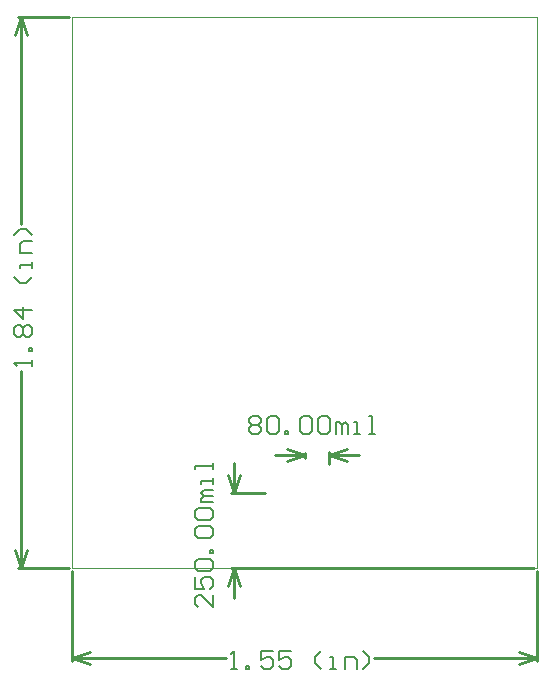
<source format=gm1>
G04*
G04 #@! TF.GenerationSoftware,Altium Limited,Altium Designer,20.1.10 (176)*
G04*
G04 Layer_Color=16711935*
%FSLAX24Y24*%
%MOIN*%
G70*
G04*
G04 #@! TF.SameCoordinates,434D76CE-413E-4709-B596-876F764042CA*
G04*
G04*
G04 #@! TF.FilePolarity,Positive*
G04*
G01*
G75*
%ADD10C,0.0100*%
%ADD35C,0.0000*%
%ADD36C,0.0060*%
D10*
X28300Y27200D02*
Y27600D01*
X27500Y27400D02*
Y27590D01*
X26500Y27500D02*
X27500D01*
X28300D02*
X29300D01*
X26900Y27700D02*
X27500Y27500D01*
X26900Y27300D02*
X27500Y27500D01*
X28300D02*
X28900Y27300D01*
X28300Y27500D02*
X28900Y27700D01*
X25050Y23750D02*
X35150D01*
X25050Y26250D02*
X26160D01*
X25150D02*
Y27250D01*
Y22750D02*
Y23750D01*
Y26250D02*
X25350Y26850D01*
X24950D02*
X25150Y26250D01*
X24950Y23150D02*
X25150Y23750D01*
X25350Y23150D01*
X35250Y20650D02*
Y23650D01*
X19750Y20650D02*
Y23650D01*
X29799Y20750D02*
X35250D01*
X19750D02*
X24881D01*
X34650Y20950D02*
X35250Y20750D01*
X34650Y20550D02*
X35250Y20750D01*
X19750D02*
X20350Y20550D01*
X19750Y20750D02*
X20350Y20950D01*
X17950Y42100D02*
X19650D01*
X17950Y23750D02*
X19650D01*
X18050Y35224D02*
Y42100D01*
Y23750D02*
Y30306D01*
X17850Y41500D02*
X18050Y42100D01*
X18250Y41500D01*
X18050Y23750D02*
X18250Y24350D01*
X17850D02*
X18050Y23750D01*
D35*
X19750D02*
X35250D01*
Y42100D01*
X19750D02*
X35250D01*
X19750Y23750D02*
Y42100D01*
D36*
X25641Y28720D02*
X25741Y28820D01*
X25941D01*
X26041Y28720D01*
Y28620D01*
X25941Y28520D01*
X26041Y28420D01*
Y28320D01*
X25941Y28220D01*
X25741D01*
X25641Y28320D01*
Y28420D01*
X25741Y28520D01*
X25641Y28620D01*
Y28720D01*
X25741Y28520D02*
X25941D01*
X26240Y28720D02*
X26340Y28820D01*
X26540D01*
X26640Y28720D01*
Y28320D01*
X26540Y28220D01*
X26340D01*
X26240Y28320D01*
Y28720D01*
X26840Y28220D02*
Y28320D01*
X26940D01*
Y28220D01*
X26840D01*
X27340Y28720D02*
X27440Y28820D01*
X27640D01*
X27740Y28720D01*
Y28320D01*
X27640Y28220D01*
X27440D01*
X27340Y28320D01*
Y28720D01*
X27940D02*
X28040Y28820D01*
X28240D01*
X28340Y28720D01*
Y28320D01*
X28240Y28220D01*
X28040D01*
X27940Y28320D01*
Y28720D01*
X28540Y28220D02*
Y28620D01*
X28640D01*
X28740Y28520D01*
Y28220D01*
Y28520D01*
X28840Y28620D01*
X28940Y28520D01*
Y28220D01*
X29140D02*
X29339D01*
X29240D01*
Y28620D01*
X29140D01*
X29639Y28220D02*
X29839D01*
X29739D01*
Y28820D01*
X29639D01*
X24430Y22841D02*
Y22441D01*
X24030Y22841D01*
X23930D01*
X23830Y22741D01*
Y22541D01*
X23930Y22441D01*
X23830Y23440D02*
Y23041D01*
X24130D01*
X24030Y23241D01*
Y23340D01*
X24130Y23440D01*
X24330D01*
X24430Y23340D01*
Y23141D01*
X24330Y23041D01*
X23930Y23640D02*
X23830Y23740D01*
Y23940D01*
X23930Y24040D01*
X24330D01*
X24430Y23940D01*
Y23740D01*
X24330Y23640D01*
X23930D01*
X24430Y24240D02*
X24330D01*
Y24340D01*
X24430D01*
Y24240D01*
X23930Y24740D02*
X23830Y24840D01*
Y25040D01*
X23930Y25140D01*
X24330D01*
X24430Y25040D01*
Y24840D01*
X24330Y24740D01*
X23930D01*
Y25340D02*
X23830Y25440D01*
Y25640D01*
X23930Y25740D01*
X24330D01*
X24430Y25640D01*
Y25440D01*
X24330Y25340D01*
X23930D01*
X24430Y25940D02*
X24030D01*
Y26040D01*
X24130Y26140D01*
X24430D01*
X24130D01*
X24030Y26240D01*
X24130Y26340D01*
X24430D01*
Y26539D02*
Y26739D01*
Y26639D01*
X24030D01*
Y26539D01*
X24430Y27039D02*
Y27239D01*
Y27139D01*
X23830D01*
Y27039D01*
X25041Y20390D02*
X25241D01*
X25141D01*
Y20990D01*
X25041Y20890D01*
X25541Y20390D02*
Y20490D01*
X25641D01*
Y20390D01*
X25541D01*
X26440Y20990D02*
X26040D01*
Y20690D01*
X26240Y20790D01*
X26340D01*
X26440Y20690D01*
Y20490D01*
X26340Y20390D01*
X26140D01*
X26040Y20490D01*
X27040Y20990D02*
X26640D01*
Y20690D01*
X26840Y20790D01*
X26940D01*
X27040Y20690D01*
Y20490D01*
X26940Y20390D01*
X26740D01*
X26640Y20490D01*
X28040Y20390D02*
X27840Y20590D01*
Y20790D01*
X28040Y20990D01*
X28340Y20390D02*
X28540D01*
X28440D01*
Y20790D01*
X28340D01*
X28840Y20390D02*
Y20790D01*
X29139D01*
X29239Y20690D01*
Y20390D01*
X29439D02*
X29639Y20590D01*
Y20790D01*
X29439Y20990D01*
X18410Y30466D02*
Y30666D01*
Y30566D01*
X17810D01*
X17910Y30466D01*
X18410Y30966D02*
X18310D01*
Y31066D01*
X18410D01*
Y30966D01*
X17910Y31465D02*
X17810Y31565D01*
Y31765D01*
X17910Y31865D01*
X18010D01*
X18110Y31765D01*
X18210Y31865D01*
X18310D01*
X18410Y31765D01*
Y31565D01*
X18310Y31465D01*
X18210D01*
X18110Y31565D01*
X18010Y31465D01*
X17910D01*
X18110Y31565D02*
Y31765D01*
X18410Y32365D02*
X17810D01*
X18110Y32065D01*
Y32465D01*
X18410Y33465D02*
X18210Y33265D01*
X18010D01*
X17810Y33465D01*
X18410Y33765D02*
Y33965D01*
Y33865D01*
X18010D01*
Y33765D01*
X18410Y34265D02*
X18010D01*
Y34564D01*
X18110Y34664D01*
X18410D01*
Y34864D02*
X18210Y35064D01*
X18010D01*
X17810Y34864D01*
M02*

</source>
